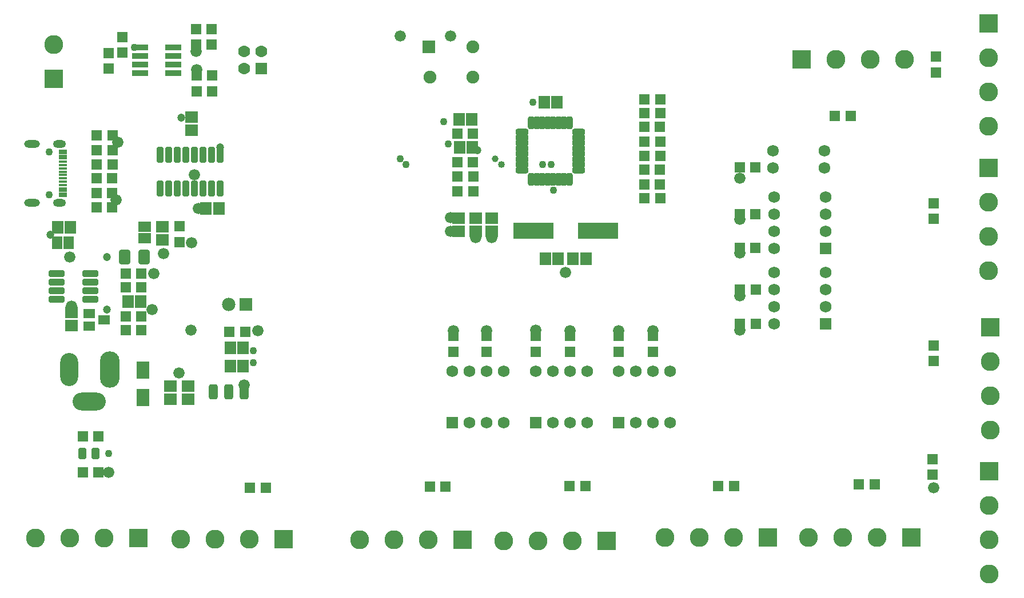
<source format=gts>
G04*
G04 #@! TF.GenerationSoftware,Altium Limited,Altium Designer,25.4.2 (15)*
G04*
G04 Layer_Color=8388736*
%FSLAX44Y44*%
%MOMM*%
G71*
G04*
G04 #@! TF.SameCoordinates,AB3986B5-8965-4272-984F-493E451A5069*
G04*
G04*
G04 #@! TF.FilePolarity,Negative*
G04*
G01*
G75*
%ADD39R,1.5540X1.5540*%
G04:AMPARAMS|DCode=40|XSize=2.374mm|YSize=1.004mm|CornerRadius=0.277mm|HoleSize=0mm|Usage=FLASHONLY|Rotation=270.000|XOffset=0mm|YOffset=0mm|HoleType=Round|Shape=RoundedRectangle|*
%AMROUNDEDRECTD40*
21,1,2.3740,0.4500,0,0,270.0*
21,1,1.8200,1.0040,0,0,270.0*
1,1,0.5540,-0.2250,-0.9100*
1,1,0.5540,-0.2250,0.9100*
1,1,0.5540,0.2250,0.9100*
1,1,0.5540,0.2250,-0.9100*
%
%ADD40ROUNDEDRECTD40*%
G04:AMPARAMS|DCode=41|XSize=2.244mm|YSize=1.334mm|CornerRadius=0.3182mm|HoleSize=0mm|Usage=FLASHONLY|Rotation=270.000|XOffset=0mm|YOffset=0mm|HoleType=Round|Shape=RoundedRectangle|*
%AMROUNDEDRECTD41*
21,1,2.2440,0.6975,0,0,270.0*
21,1,1.6075,1.3340,0,0,270.0*
1,1,0.6365,-0.3488,-0.8038*
1,1,0.6365,-0.3488,0.8038*
1,1,0.6365,0.3488,0.8038*
1,1,0.6365,0.3488,-0.8038*
%
%ADD41ROUNDEDRECTD41*%
%ADD42R,1.2770X0.4250*%
%ADD43R,1.2770X0.7170*%
%ADD44R,1.7040X1.9040*%
%ADD45R,1.5540X1.5540*%
%ADD46R,1.6040X1.8740*%
%ADD47R,1.9040X1.7040*%
%ADD48R,2.3852X0.9374*%
%ADD49R,5.9040X2.4040*%
G04:AMPARAMS|DCode=50|XSize=0.954mm|YSize=1.874mm|CornerRadius=0.2708mm|HoleSize=0mm|Usage=FLASHONLY|Rotation=90.000|XOffset=0mm|YOffset=0mm|HoleType=Round|Shape=RoundedRectangle|*
%AMROUNDEDRECTD50*
21,1,0.9540,1.3325,0,0,90.0*
21,1,0.4125,1.8740,0,0,90.0*
1,1,0.5415,0.6663,0.2063*
1,1,0.5415,0.6663,-0.2063*
1,1,0.5415,-0.6663,-0.2063*
1,1,0.5415,-0.6663,0.2063*
%
%ADD50ROUNDEDRECTD50*%
G04:AMPARAMS|DCode=51|XSize=1.874mm|YSize=0.954mm|CornerRadius=0.2708mm|HoleSize=0mm|Usage=FLASHONLY|Rotation=90.000|XOffset=0mm|YOffset=0mm|HoleType=Round|Shape=RoundedRectangle|*
%AMROUNDEDRECTD51*
21,1,1.8740,0.4125,0,0,90.0*
21,1,1.3325,0.9540,0,0,90.0*
1,1,0.5415,0.2063,0.6663*
1,1,0.5415,0.2063,-0.6663*
1,1,0.5415,-0.2063,-0.6663*
1,1,0.5415,-0.2063,0.6663*
%
%ADD51ROUNDEDRECTD51*%
%ADD52R,1.8740X1.6040*%
%ADD53R,1.8040X1.4040*%
%ADD54R,1.9540X2.6040*%
G04:AMPARAMS|DCode=55|XSize=1.264mm|YSize=1.764mm|CornerRadius=0.417mm|HoleSize=0mm|Usage=FLASHONLY|Rotation=180.000|XOffset=0mm|YOffset=0mm|HoleType=Round|Shape=RoundedRectangle|*
%AMROUNDEDRECTD55*
21,1,1.2640,0.9300,0,0,180.0*
21,1,0.4300,1.7640,0,0,180.0*
1,1,0.8340,-0.2150,0.4650*
1,1,0.8340,0.2150,0.4650*
1,1,0.8340,0.2150,-0.4650*
1,1,0.8340,-0.2150,-0.4650*
%
%ADD55ROUNDEDRECTD55*%
G04:AMPARAMS|DCode=56|XSize=2.374mm|YSize=1.004mm|CornerRadius=0.277mm|HoleSize=0mm|Usage=FLASHONLY|Rotation=180.000|XOffset=0mm|YOffset=0mm|HoleType=Round|Shape=RoundedRectangle|*
%AMROUNDEDRECTD56*
21,1,2.3740,0.4500,0,0,180.0*
21,1,1.8200,1.0040,0,0,180.0*
1,1,0.5540,-0.9100,0.2250*
1,1,0.5540,0.9100,0.2250*
1,1,0.5540,0.9100,-0.2250*
1,1,0.5540,-0.9100,-0.2250*
%
%ADD56ROUNDEDRECTD56*%
G04:AMPARAMS|DCode=57|XSize=1.704mm|YSize=2.204mm|CornerRadius=0.397mm|HoleSize=0mm|Usage=FLASHONLY|Rotation=0.000|XOffset=0mm|YOffset=0mm|HoleType=Round|Shape=RoundedRectangle|*
%AMROUNDEDRECTD57*
21,1,1.7040,1.4100,0,0,0.0*
21,1,0.9100,2.2040,0,0,0.0*
1,1,0.7940,0.4550,-0.7050*
1,1,0.7940,-0.4550,-0.7050*
1,1,0.7940,-0.4550,0.7050*
1,1,0.7940,0.4550,0.7050*
%
%ADD57ROUNDEDRECTD57*%
%ADD58R,1.9020X1.9020*%
%ADD59C,1.9020*%
%ADD60O,1.9270X1.1270*%
%ADD61O,2.3270X1.1270*%
%ADD62C,2.8040*%
%ADD63R,2.8040X2.8040*%
%ADD64R,2.8040X2.8040*%
%ADD65O,4.9040X2.6540*%
%ADD66O,2.6540X4.9040*%
%ADD67O,2.9040X5.4040*%
%ADD68C,1.7540*%
%ADD69R,1.7540X1.7540*%
%ADD70R,1.7540X1.7540*%
%ADD71C,1.7248*%
%ADD72C,1.7740*%
%ADD73R,1.7740X1.7740*%
%ADD74R,1.9790X1.9790*%
%ADD75C,1.9790*%
%ADD76C,1.2040*%
%ADD77C,1.6740*%
%ADD78C,1.1040*%
%ADD79C,1.0040*%
%ADD80C,1.0150*%
D39*
X1096330Y631190D02*
D03*
X1072830D02*
D03*
X1249360Y161290D02*
D03*
X1272860D02*
D03*
X637540Y157480D02*
D03*
X614040D02*
D03*
X821050Y158750D02*
D03*
X844550D02*
D03*
X655000Y595630D02*
D03*
X678500D02*
D03*
X955360Y585470D02*
D03*
X931860D02*
D03*
X1072830Y561340D02*
D03*
X1096330D02*
D03*
X1072830Y511810D02*
D03*
X1096330D02*
D03*
X1237300Y707390D02*
D03*
X1213800D02*
D03*
X955360Y731520D02*
D03*
X931860D02*
D03*
X955360Y711200D02*
D03*
X931860D02*
D03*
X955040Y690880D02*
D03*
X931540D02*
D03*
X1073150Y449580D02*
D03*
X1096650D02*
D03*
X1073150Y398780D02*
D03*
X1096650D02*
D03*
X955360Y669290D02*
D03*
X931860D02*
D03*
X955360Y647700D02*
D03*
X931860D02*
D03*
X1041080Y158750D02*
D03*
X1064580D02*
D03*
X955040Y605790D02*
D03*
X931540D02*
D03*
X955040Y627380D02*
D03*
X931540D02*
D03*
X654680Y638810D02*
D03*
X678180D02*
D03*
X655000Y617220D02*
D03*
X678500D02*
D03*
X371160Y156210D02*
D03*
X347660D02*
D03*
X123510Y179070D02*
D03*
X100010D02*
D03*
X654680Y680720D02*
D03*
X678180D02*
D03*
X144150Y678180D02*
D03*
X120650D02*
D03*
X120330Y571500D02*
D03*
X143830D02*
D03*
X120650Y656590D02*
D03*
X144150D02*
D03*
X120330Y593090D02*
D03*
X143830D02*
D03*
X120650Y635000D02*
D03*
X144150D02*
D03*
X120330Y614680D02*
D03*
X143830D02*
D03*
X317180Y387350D02*
D03*
X340680D02*
D03*
X187010Y410210D02*
D03*
X163510D02*
D03*
X187010Y389890D02*
D03*
X163510D02*
D03*
X187010Y473710D02*
D03*
X163510D02*
D03*
Y453390D02*
D03*
X187010D02*
D03*
X123510Y232410D02*
D03*
X100010D02*
D03*
D40*
X303530Y649590D02*
D03*
X290830D02*
D03*
X278130D02*
D03*
X265430D02*
D03*
X252730D02*
D03*
X240030D02*
D03*
X227330D02*
D03*
X214630D02*
D03*
Y600090D02*
D03*
X227330D02*
D03*
X240030D02*
D03*
X252730D02*
D03*
X265430D02*
D03*
X278130D02*
D03*
X290830D02*
D03*
X303530D02*
D03*
D41*
X293230Y298820D02*
D03*
X316230D02*
D03*
X339230D02*
D03*
D42*
X71080Y624800D02*
D03*
Y619800D02*
D03*
Y614800D02*
D03*
Y629800D02*
D03*
Y634800D02*
D03*
Y609800D02*
D03*
Y604800D02*
D03*
Y639800D02*
D03*
D43*
Y646300D02*
D03*
Y598300D02*
D03*
Y590300D02*
D03*
Y654300D02*
D03*
D44*
X657250Y702310D02*
D03*
X676250D02*
D03*
X783590Y727710D02*
D03*
X802590D02*
D03*
X845160Y495300D02*
D03*
X826160D02*
D03*
X784910D02*
D03*
X803910D02*
D03*
X676910Y660400D02*
D03*
X657910D02*
D03*
X282600Y570230D02*
D03*
X301600D02*
D03*
X62890Y542290D02*
D03*
X81890D02*
D03*
X337770Y363220D02*
D03*
X318770D02*
D03*
X337770Y336550D02*
D03*
X318770D02*
D03*
X186030Y431800D02*
D03*
X167030D02*
D03*
D45*
X267970Y836300D02*
D03*
Y812800D02*
D03*
X290830Y836300D02*
D03*
Y812800D02*
D03*
X269240Y743580D02*
D03*
Y767080D02*
D03*
X292100Y743580D02*
D03*
Y767080D02*
D03*
X158750Y801050D02*
D03*
Y824550D02*
D03*
X138430Y800740D02*
D03*
Y777240D02*
D03*
X698500Y381320D02*
D03*
Y357820D02*
D03*
X648970Y381320D02*
D03*
Y357820D02*
D03*
X821690Y381320D02*
D03*
Y357820D02*
D03*
X770890Y381320D02*
D03*
Y357820D02*
D03*
X1363980Y771840D02*
D03*
Y795340D02*
D03*
X1360170Y554670D02*
D03*
Y578170D02*
D03*
Y367350D02*
D03*
Y343850D02*
D03*
X1358900Y198760D02*
D03*
Y175260D02*
D03*
X894080Y381320D02*
D03*
Y357820D02*
D03*
X944880Y381320D02*
D03*
Y357820D02*
D03*
X243840Y520380D02*
D03*
Y543880D02*
D03*
D46*
X62230Y519430D02*
D03*
X79430D02*
D03*
D47*
X261620Y686460D02*
D03*
Y705460D02*
D03*
X681990Y536600D02*
D03*
Y555600D02*
D03*
X706120Y536600D02*
D03*
Y555600D02*
D03*
X656590Y536600D02*
D03*
Y555600D02*
D03*
X218440Y523900D02*
D03*
Y542900D02*
D03*
X83820Y415900D02*
D03*
Y396900D02*
D03*
X256540Y306680D02*
D03*
Y287680D02*
D03*
X229870Y306680D02*
D03*
Y287680D02*
D03*
D48*
X184912Y770890D02*
D03*
Y783590D02*
D03*
Y796290D02*
D03*
Y808990D02*
D03*
X234188D02*
D03*
Y796290D02*
D03*
Y783590D02*
D03*
Y770890D02*
D03*
D49*
X862840Y537210D02*
D03*
X767840D02*
D03*
D50*
X834180Y627320D02*
D03*
Y635320D02*
D03*
Y643320D02*
D03*
Y651320D02*
D03*
Y659320D02*
D03*
Y667320D02*
D03*
Y675320D02*
D03*
Y683320D02*
D03*
X750780D02*
D03*
Y675320D02*
D03*
Y667320D02*
D03*
Y659320D02*
D03*
Y651320D02*
D03*
Y643320D02*
D03*
Y635320D02*
D03*
Y627320D02*
D03*
D51*
X764480Y613620D02*
D03*
X772480D02*
D03*
X780480D02*
D03*
X788480D02*
D03*
X796480D02*
D03*
X804480D02*
D03*
X812480D02*
D03*
X820480D02*
D03*
Y697020D02*
D03*
X812480D02*
D03*
X804480D02*
D03*
X796480D02*
D03*
X788480D02*
D03*
X780480D02*
D03*
X772480D02*
D03*
X764480D02*
D03*
D52*
X191770Y543270D02*
D03*
Y526070D02*
D03*
D53*
X109650Y414630D02*
D03*
Y395630D02*
D03*
X131650Y405130D02*
D03*
D54*
X189230Y289560D02*
D03*
Y330560D02*
D03*
D55*
X99470Y207010D02*
D03*
X118970D02*
D03*
D56*
X111060Y435610D02*
D03*
Y448310D02*
D03*
Y461010D02*
D03*
Y473710D02*
D03*
X61660D02*
D03*
Y461010D02*
D03*
Y448310D02*
D03*
Y435610D02*
D03*
D57*
X190660Y497840D02*
D03*
X162560D02*
D03*
D58*
X612660Y809900D02*
D03*
D59*
X677660D02*
D03*
X614160Y764900D02*
D03*
X677660D02*
D03*
D60*
X65330Y579100D02*
D03*
Y665500D02*
D03*
D61*
X25330Y579100D02*
D03*
Y665500D02*
D03*
D62*
X1442720Y27940D02*
D03*
Y78740D02*
D03*
Y129540D02*
D03*
X1174750Y82550D02*
D03*
X1225550D02*
D03*
X1276350D02*
D03*
X962660D02*
D03*
X1013460D02*
D03*
X1064260D02*
D03*
X30480Y81280D02*
D03*
X81280D02*
D03*
X132080D02*
D03*
X612140Y78740D02*
D03*
X561340D02*
D03*
X510540D02*
D03*
X57150Y812800D02*
D03*
X346710Y80010D02*
D03*
X295910D02*
D03*
X245110D02*
D03*
X1215390Y791210D02*
D03*
X1266190D02*
D03*
X1316990D02*
D03*
X825500Y77470D02*
D03*
X774700D02*
D03*
X723900D02*
D03*
X1441450Y793750D02*
D03*
Y742950D02*
D03*
Y692150D02*
D03*
Y579120D02*
D03*
Y528320D02*
D03*
Y477520D02*
D03*
X1443990Y342900D02*
D03*
Y292100D02*
D03*
Y241300D02*
D03*
D63*
X1442720Y180340D02*
D03*
X57150Y762000D02*
D03*
X1441450Y844550D02*
D03*
Y629920D02*
D03*
X1443990Y393700D02*
D03*
D64*
X1327150Y82550D02*
D03*
X1115060D02*
D03*
X182880Y81280D02*
D03*
X662940Y78740D02*
D03*
X397510Y80010D02*
D03*
X1164590Y791210D02*
D03*
X876300Y77470D02*
D03*
D65*
X109930Y284470D02*
D03*
D66*
X79930Y331470D02*
D03*
D67*
X139930D02*
D03*
D68*
X647700Y328930D02*
D03*
X673100D02*
D03*
X698500D02*
D03*
X723900D02*
D03*
Y252730D02*
D03*
X698500D02*
D03*
X673100D02*
D03*
X1123950Y398780D02*
D03*
Y424180D02*
D03*
Y449580D02*
D03*
Y474980D02*
D03*
X1200150D02*
D03*
Y449580D02*
D03*
Y424180D02*
D03*
X1123950Y510540D02*
D03*
Y535940D02*
D03*
Y561340D02*
D03*
Y586740D02*
D03*
X1200150D02*
D03*
Y561340D02*
D03*
Y535940D02*
D03*
X770890Y328930D02*
D03*
X796290D02*
D03*
X821690D02*
D03*
X847090D02*
D03*
Y252730D02*
D03*
X821690D02*
D03*
X796290D02*
D03*
X894080Y328930D02*
D03*
X919480D02*
D03*
X944880D02*
D03*
X970280D02*
D03*
Y252730D02*
D03*
X944880D02*
D03*
X919480D02*
D03*
D69*
X647700D02*
D03*
X770890D02*
D03*
X894080D02*
D03*
D70*
X1200150Y398780D02*
D03*
Y510540D02*
D03*
D71*
X1198880Y629920D02*
D03*
Y655320D02*
D03*
X1122680D02*
D03*
Y629920D02*
D03*
D72*
X339090Y802640D02*
D03*
X364490D02*
D03*
X339090Y777240D02*
D03*
D73*
X364490D02*
D03*
D74*
X341630Y427990D02*
D03*
D75*
X316630D02*
D03*
D76*
X684530Y656590D02*
D03*
X303530Y660400D02*
D03*
X246380Y704850D02*
D03*
X135890Y420370D02*
D03*
Y497840D02*
D03*
X52070Y530860D02*
D03*
D77*
X149860Y582930D02*
D03*
X152400Y668020D02*
D03*
X339090Y308610D02*
D03*
X271780Y570230D02*
D03*
X645160Y825500D02*
D03*
X570230D02*
D03*
X265430Y619760D02*
D03*
X81280Y497840D02*
D03*
X219710Y502920D02*
D03*
X645160Y556260D02*
D03*
Y535940D02*
D03*
X83820Y425450D02*
D03*
X261620Y519430D02*
D03*
X706120Y527050D02*
D03*
X681990D02*
D03*
X1073150Y553720D02*
D03*
X648970Y388620D02*
D03*
X698500D02*
D03*
X770890Y389890D02*
D03*
X821690Y388620D02*
D03*
X894080D02*
D03*
X944880D02*
D03*
X1073150Y389890D02*
D03*
Y440690D02*
D03*
Y504190D02*
D03*
Y614680D02*
D03*
X359410Y388620D02*
D03*
X260350Y389890D02*
D03*
X242570Y326390D02*
D03*
X203200Y420370D02*
D03*
X205740Y473710D02*
D03*
X267970Y802640D02*
D03*
X269240Y775970D02*
D03*
X138430Y179070D02*
D03*
X815340Y474980D02*
D03*
X1360170Y156210D02*
D03*
D78*
X353060Y359410D02*
D03*
Y341630D02*
D03*
X176530Y808990D02*
D03*
X797560Y596900D02*
D03*
X635000Y698500D02*
D03*
X641350Y665480D02*
D03*
X793750Y635000D02*
D03*
X781050D02*
D03*
X579120D02*
D03*
X570230Y643890D02*
D03*
X767080Y727710D02*
D03*
X50800Y590550D02*
D03*
Y654050D02*
D03*
X138430Y207010D02*
D03*
D79*
X711200Y643890D02*
D03*
D80*
X720090Y635000D02*
D03*
M02*

</source>
